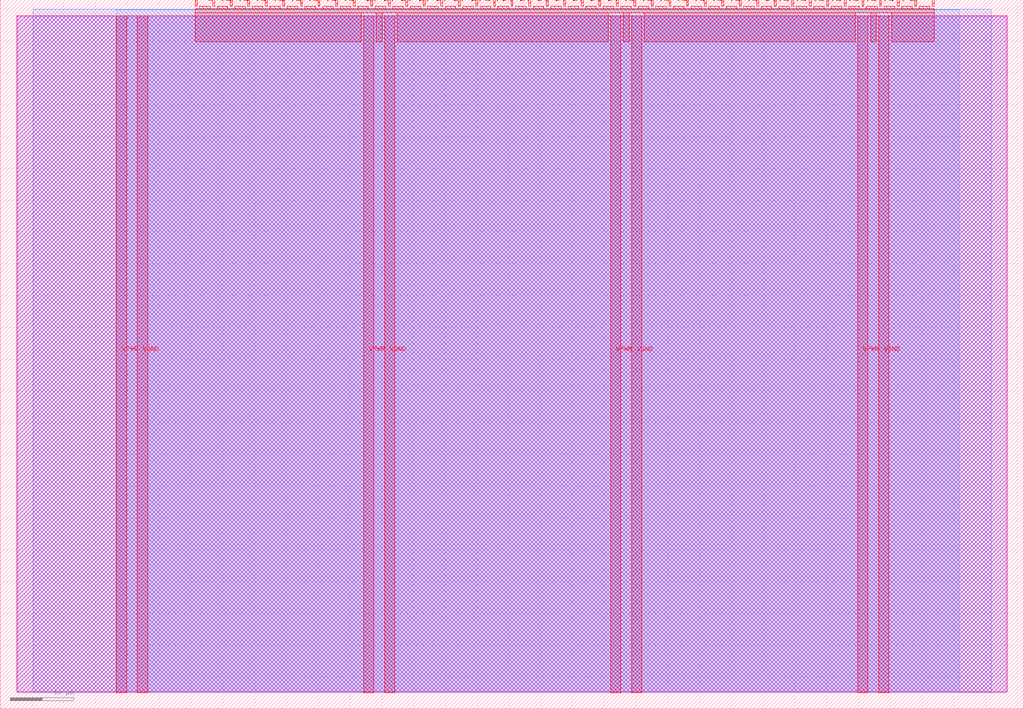
<source format=lef>
VERSION 5.7 ;
  NOWIREEXTENSIONATPIN ON ;
  DIVIDERCHAR "/" ;
  BUSBITCHARS "[]" ;
MACRO tt_um_daobaanh_rng
  CLASS BLOCK ;
  FOREIGN tt_um_daobaanh_rng ;
  ORIGIN 0.000 0.000 ;
  SIZE 161.000 BY 111.520 ;
  PIN VGND
    DIRECTION INOUT ;
    USE GROUND ;
    PORT
      LAYER met4 ;
        RECT 21.580 2.480 23.180 109.040 ;
    END
    PORT
      LAYER met4 ;
        RECT 60.450 2.480 62.050 109.040 ;
    END
    PORT
      LAYER met4 ;
        RECT 99.320 2.480 100.920 109.040 ;
    END
    PORT
      LAYER met4 ;
        RECT 138.190 2.480 139.790 109.040 ;
    END
  END VGND
  PIN VPWR
    DIRECTION INOUT ;
    USE POWER ;
    PORT
      LAYER met4 ;
        RECT 18.280 2.480 19.880 109.040 ;
    END
    PORT
      LAYER met4 ;
        RECT 57.150 2.480 58.750 109.040 ;
    END
    PORT
      LAYER met4 ;
        RECT 96.020 2.480 97.620 109.040 ;
    END
    PORT
      LAYER met4 ;
        RECT 134.890 2.480 136.490 109.040 ;
    END
  END VPWR
  PIN clk
    DIRECTION INPUT ;
    USE SIGNAL ;
    ANTENNAGATEAREA 0.159000 ;
    PORT
      LAYER met4 ;
        RECT 143.830 110.520 144.130 111.520 ;
    END
  END clk
  PIN ena
    DIRECTION INPUT ;
    USE SIGNAL ;
    ANTENNAGATEAREA 0.196500 ;
    PORT
      LAYER met4 ;
        RECT 146.590 110.520 146.890 111.520 ;
    END
  END ena
  PIN rst_n
    DIRECTION INPUT ;
    USE SIGNAL ;
    PORT
      LAYER met4 ;
        RECT 141.070 110.520 141.370 111.520 ;
    END
  END rst_n
  PIN ui_in[0]
    DIRECTION INPUT ;
    USE SIGNAL ;
    ANTENNAGATEAREA 0.196500 ;
    PORT
      LAYER met4 ;
        RECT 138.310 110.520 138.610 111.520 ;
    END
  END ui_in[0]
  PIN ui_in[1]
    DIRECTION INPUT ;
    USE SIGNAL ;
    PORT
      LAYER met4 ;
        RECT 135.550 110.520 135.850 111.520 ;
    END
  END ui_in[1]
  PIN ui_in[2]
    DIRECTION INPUT ;
    USE SIGNAL ;
    PORT
      LAYER met4 ;
        RECT 132.790 110.520 133.090 111.520 ;
    END
  END ui_in[2]
  PIN ui_in[3]
    DIRECTION INPUT ;
    USE SIGNAL ;
    PORT
      LAYER met4 ;
        RECT 130.030 110.520 130.330 111.520 ;
    END
  END ui_in[3]
  PIN ui_in[4]
    DIRECTION INPUT ;
    USE SIGNAL ;
    PORT
      LAYER met4 ;
        RECT 127.270 110.520 127.570 111.520 ;
    END
  END ui_in[4]
  PIN ui_in[5]
    DIRECTION INPUT ;
    USE SIGNAL ;
    PORT
      LAYER met4 ;
        RECT 124.510 110.520 124.810 111.520 ;
    END
  END ui_in[5]
  PIN ui_in[6]
    DIRECTION INPUT ;
    USE SIGNAL ;
    PORT
      LAYER met4 ;
        RECT 121.750 110.520 122.050 111.520 ;
    END
  END ui_in[6]
  PIN ui_in[7]
    DIRECTION INPUT ;
    USE SIGNAL ;
    PORT
      LAYER met4 ;
        RECT 118.990 110.520 119.290 111.520 ;
    END
  END ui_in[7]
  PIN uio_in[0]
    DIRECTION INPUT ;
    USE SIGNAL ;
    PORT
      LAYER met4 ;
        RECT 116.230 110.520 116.530 111.520 ;
    END
  END uio_in[0]
  PIN uio_in[1]
    DIRECTION INPUT ;
    USE SIGNAL ;
    PORT
      LAYER met4 ;
        RECT 113.470 110.520 113.770 111.520 ;
    END
  END uio_in[1]
  PIN uio_in[2]
    DIRECTION INPUT ;
    USE SIGNAL ;
    PORT
      LAYER met4 ;
        RECT 110.710 110.520 111.010 111.520 ;
    END
  END uio_in[2]
  PIN uio_in[3]
    DIRECTION INPUT ;
    USE SIGNAL ;
    PORT
      LAYER met4 ;
        RECT 107.950 110.520 108.250 111.520 ;
    END
  END uio_in[3]
  PIN uio_in[4]
    DIRECTION INPUT ;
    USE SIGNAL ;
    PORT
      LAYER met4 ;
        RECT 105.190 110.520 105.490 111.520 ;
    END
  END uio_in[4]
  PIN uio_in[5]
    DIRECTION INPUT ;
    USE SIGNAL ;
    PORT
      LAYER met4 ;
        RECT 102.430 110.520 102.730 111.520 ;
    END
  END uio_in[5]
  PIN uio_in[6]
    DIRECTION INPUT ;
    USE SIGNAL ;
    PORT
      LAYER met4 ;
        RECT 99.670 110.520 99.970 111.520 ;
    END
  END uio_in[6]
  PIN uio_in[7]
    DIRECTION INPUT ;
    USE SIGNAL ;
    PORT
      LAYER met4 ;
        RECT 96.910 110.520 97.210 111.520 ;
    END
  END uio_in[7]
  PIN uio_oe[0]
    DIRECTION OUTPUT ;
    USE SIGNAL ;
    PORT
      LAYER met4 ;
        RECT 49.990 110.520 50.290 111.520 ;
    END
  END uio_oe[0]
  PIN uio_oe[1]
    DIRECTION OUTPUT ;
    USE SIGNAL ;
    PORT
      LAYER met4 ;
        RECT 47.230 110.520 47.530 111.520 ;
    END
  END uio_oe[1]
  PIN uio_oe[2]
    DIRECTION OUTPUT ;
    USE SIGNAL ;
    PORT
      LAYER met4 ;
        RECT 44.470 110.520 44.770 111.520 ;
    END
  END uio_oe[2]
  PIN uio_oe[3]
    DIRECTION OUTPUT ;
    USE SIGNAL ;
    PORT
      LAYER met4 ;
        RECT 41.710 110.520 42.010 111.520 ;
    END
  END uio_oe[3]
  PIN uio_oe[4]
    DIRECTION OUTPUT ;
    USE SIGNAL ;
    PORT
      LAYER met4 ;
        RECT 38.950 110.520 39.250 111.520 ;
    END
  END uio_oe[4]
  PIN uio_oe[5]
    DIRECTION OUTPUT ;
    USE SIGNAL ;
    PORT
      LAYER met4 ;
        RECT 36.190 110.520 36.490 111.520 ;
    END
  END uio_oe[5]
  PIN uio_oe[6]
    DIRECTION OUTPUT ;
    USE SIGNAL ;
    PORT
      LAYER met4 ;
        RECT 33.430 110.520 33.730 111.520 ;
    END
  END uio_oe[6]
  PIN uio_oe[7]
    DIRECTION OUTPUT ;
    USE SIGNAL ;
    PORT
      LAYER met4 ;
        RECT 30.670 110.520 30.970 111.520 ;
    END
  END uio_oe[7]
  PIN uio_out[0]
    DIRECTION OUTPUT ;
    USE SIGNAL ;
    PORT
      LAYER met4 ;
        RECT 72.070 110.520 72.370 111.520 ;
    END
  END uio_out[0]
  PIN uio_out[1]
    DIRECTION OUTPUT ;
    USE SIGNAL ;
    PORT
      LAYER met4 ;
        RECT 69.310 110.520 69.610 111.520 ;
    END
  END uio_out[1]
  PIN uio_out[2]
    DIRECTION OUTPUT ;
    USE SIGNAL ;
    PORT
      LAYER met4 ;
        RECT 66.550 110.520 66.850 111.520 ;
    END
  END uio_out[2]
  PIN uio_out[3]
    DIRECTION OUTPUT ;
    USE SIGNAL ;
    PORT
      LAYER met4 ;
        RECT 63.790 110.520 64.090 111.520 ;
    END
  END uio_out[3]
  PIN uio_out[4]
    DIRECTION OUTPUT ;
    USE SIGNAL ;
    PORT
      LAYER met4 ;
        RECT 61.030 110.520 61.330 111.520 ;
    END
  END uio_out[4]
  PIN uio_out[5]
    DIRECTION OUTPUT ;
    USE SIGNAL ;
    PORT
      LAYER met4 ;
        RECT 58.270 110.520 58.570 111.520 ;
    END
  END uio_out[5]
  PIN uio_out[6]
    DIRECTION OUTPUT ;
    USE SIGNAL ;
    PORT
      LAYER met4 ;
        RECT 55.510 110.520 55.810 111.520 ;
    END
  END uio_out[6]
  PIN uio_out[7]
    DIRECTION OUTPUT ;
    USE SIGNAL ;
    PORT
      LAYER met4 ;
        RECT 52.750 110.520 53.050 111.520 ;
    END
  END uio_out[7]
  PIN uo_out[0]
    DIRECTION OUTPUT ;
    USE SIGNAL ;
    ANTENNADIFFAREA 0.445500 ;
    PORT
      LAYER met4 ;
        RECT 94.150 110.520 94.450 111.520 ;
    END
  END uo_out[0]
  PIN uo_out[1]
    DIRECTION OUTPUT ;
    USE SIGNAL ;
    ANTENNAGATEAREA 0.247500 ;
    ANTENNADIFFAREA 0.445500 ;
    PORT
      LAYER met4 ;
        RECT 91.390 110.520 91.690 111.520 ;
    END
  END uo_out[1]
  PIN uo_out[2]
    DIRECTION OUTPUT ;
    USE SIGNAL ;
    ANTENNADIFFAREA 0.445500 ;
    PORT
      LAYER met4 ;
        RECT 88.630 110.520 88.930 111.520 ;
    END
  END uo_out[2]
  PIN uo_out[3]
    DIRECTION OUTPUT ;
    USE SIGNAL ;
    ANTENNADIFFAREA 0.795200 ;
    PORT
      LAYER met4 ;
        RECT 85.870 110.520 86.170 111.520 ;
    END
  END uo_out[3]
  PIN uo_out[4]
    DIRECTION OUTPUT ;
    USE SIGNAL ;
    PORT
      LAYER met4 ;
        RECT 83.110 110.520 83.410 111.520 ;
    END
  END uo_out[4]
  PIN uo_out[5]
    DIRECTION OUTPUT ;
    USE SIGNAL ;
    PORT
      LAYER met4 ;
        RECT 80.350 110.520 80.650 111.520 ;
    END
  END uo_out[5]
  PIN uo_out[6]
    DIRECTION OUTPUT ;
    USE SIGNAL ;
    PORT
      LAYER met4 ;
        RECT 77.590 110.520 77.890 111.520 ;
    END
  END uo_out[6]
  PIN uo_out[7]
    DIRECTION OUTPUT ;
    USE SIGNAL ;
    PORT
      LAYER met4 ;
        RECT 74.830 110.520 75.130 111.520 ;
    END
  END uo_out[7]
  OBS
      LAYER nwell ;
        RECT 2.570 2.635 158.430 108.990 ;
      LAYER li1 ;
        RECT 2.760 2.635 158.240 108.885 ;
      LAYER met1 ;
        RECT 2.760 2.480 158.240 109.040 ;
      LAYER met2 ;
        RECT 5.160 2.535 155.840 110.005 ;
      LAYER met3 ;
        RECT 18.290 2.555 150.815 109.985 ;
      LAYER met4 ;
        RECT 31.370 110.120 33.030 110.520 ;
        RECT 34.130 110.120 35.790 110.520 ;
        RECT 36.890 110.120 38.550 110.520 ;
        RECT 39.650 110.120 41.310 110.520 ;
        RECT 42.410 110.120 44.070 110.520 ;
        RECT 45.170 110.120 46.830 110.520 ;
        RECT 47.930 110.120 49.590 110.520 ;
        RECT 50.690 110.120 52.350 110.520 ;
        RECT 53.450 110.120 55.110 110.520 ;
        RECT 56.210 110.120 57.870 110.520 ;
        RECT 58.970 110.120 60.630 110.520 ;
        RECT 61.730 110.120 63.390 110.520 ;
        RECT 64.490 110.120 66.150 110.520 ;
        RECT 67.250 110.120 68.910 110.520 ;
        RECT 70.010 110.120 71.670 110.520 ;
        RECT 72.770 110.120 74.430 110.520 ;
        RECT 75.530 110.120 77.190 110.520 ;
        RECT 78.290 110.120 79.950 110.520 ;
        RECT 81.050 110.120 82.710 110.520 ;
        RECT 83.810 110.120 85.470 110.520 ;
        RECT 86.570 110.120 88.230 110.520 ;
        RECT 89.330 110.120 90.990 110.520 ;
        RECT 92.090 110.120 93.750 110.520 ;
        RECT 94.850 110.120 96.510 110.520 ;
        RECT 97.610 110.120 99.270 110.520 ;
        RECT 100.370 110.120 102.030 110.520 ;
        RECT 103.130 110.120 104.790 110.520 ;
        RECT 105.890 110.120 107.550 110.520 ;
        RECT 108.650 110.120 110.310 110.520 ;
        RECT 111.410 110.120 113.070 110.520 ;
        RECT 114.170 110.120 115.830 110.520 ;
        RECT 116.930 110.120 118.590 110.520 ;
        RECT 119.690 110.120 121.350 110.520 ;
        RECT 122.450 110.120 124.110 110.520 ;
        RECT 125.210 110.120 126.870 110.520 ;
        RECT 127.970 110.120 129.630 110.520 ;
        RECT 130.730 110.120 132.390 110.520 ;
        RECT 133.490 110.120 135.150 110.520 ;
        RECT 136.250 110.120 137.910 110.520 ;
        RECT 139.010 110.120 140.670 110.520 ;
        RECT 141.770 110.120 143.430 110.520 ;
        RECT 144.530 110.120 146.190 110.520 ;
        RECT 30.655 109.440 146.905 110.120 ;
        RECT 30.655 104.895 56.750 109.440 ;
        RECT 59.150 104.895 60.050 109.440 ;
        RECT 62.450 104.895 95.620 109.440 ;
        RECT 98.020 104.895 98.920 109.440 ;
        RECT 101.320 104.895 134.490 109.440 ;
        RECT 136.890 104.895 137.790 109.440 ;
        RECT 140.190 104.895 146.905 109.440 ;
  END
END tt_um_daobaanh_rng
END LIBRARY


</source>
